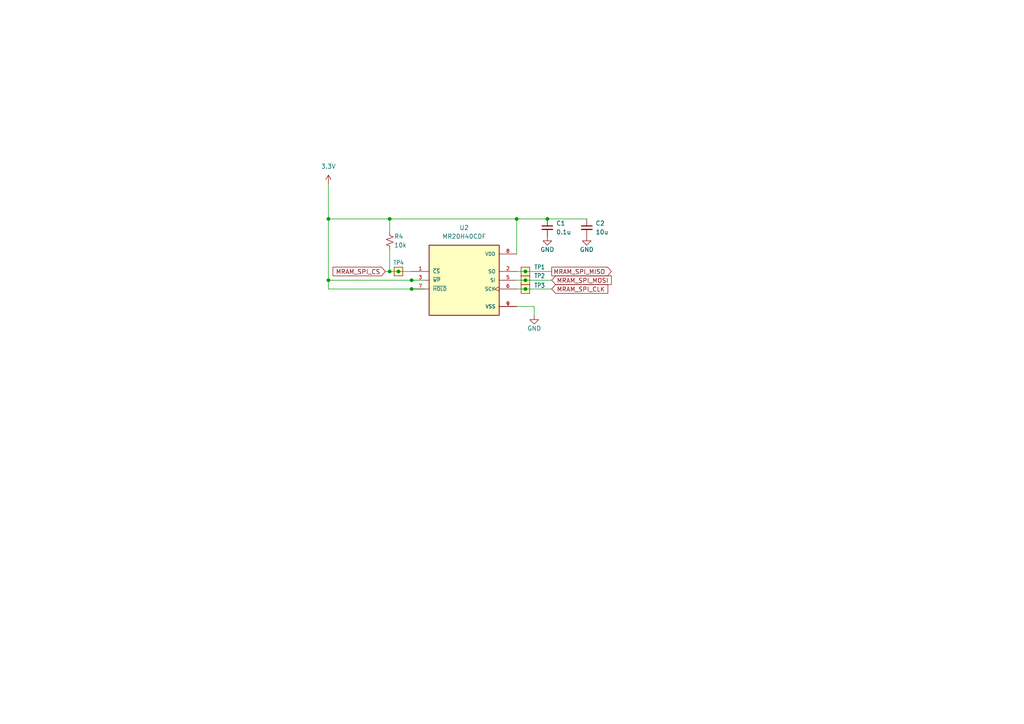
<source format=kicad_sch>
(kicad_sch (version 20250114) (generator "eeschema") (generator_version "9.0")
  (paper "A4")
  (lib_symbols
    (symbol "Device:C_Small" (pin_numbers (hide yes)) (pin_names (offset 0.254) (hide yes))
      (property "Reference" "C" (at 0.254 1.778 0))
      (property "Value" "C_Small" (at 0.254 -2.032 0))
      (symbol "C_Small_0_1"
        (polyline (pts (xy -1.524 0.508) (xy 1.524 0.508)) (stroke (width 0.3048)))
        (polyline (pts (xy -1.524 -0.508) (xy 1.524 -0.508)) (stroke (width 0.3302)))
      )
      (symbol "C_Small_1_1"
        (pin passive line (at 0 2.54 270) (length 2.032) (name "~") (number "1"))
        (pin passive line (at 0 -2.54 90) (length 2.032) (name "~") (number "2"))
      )
    )
    (symbol "Device:R_Small_US" (pin_numbers (hide yes)) (pin_names (offset 0.254) (hide yes))
      (property "Reference" "R" (at 0.762 0.508 0))
      (property "Value" "R_Small_US" (at 0.762 -1.016 0))
      (symbol "R_Small_US_1_1"
        (polyline (pts (xy 0 1.524) (xy 1.016 1.143) (xy 0 0.762) (xy -1.016 0.381) (xy 0 0)))
        (polyline (pts (xy 0 0) (xy 1.016 -0.381) (xy 0 -0.762) (xy -1.016 -1.143) (xy 0 -1.524)))
        (pin passive line (at 0 2.54 270) (length 1.016) (name "~") (number "1"))
        (pin passive line (at 0 -2.54 90) (length 1.016) (name "~") (number "2"))
      )
    )
    (symbol "MR20H40CDF:MR20H40CDF" (pin_names (offset 1.016))
      (property "Reference" "U" (at -10.16 10.922 0))
      (property "Value" "MR20H40CDF" (at -10.16 -12.7 0))
      (symbol "MR20H40CDF_0_0"
        (rectangle (start -10.16 -10.16) (end 10.16 10.16) (stroke (width 0.254)) (fill (type background)))
        (pin input line (at -15.24 2.54 0) (length 5.08) (name "~{CS}") (number "1"))
        (pin input line (at -15.24 0 0) (length 5.08) (name "~{WP}") (number "3"))
        (pin input line (at -15.24 -2.54 0) (length 5.08) (name "~{HOLD}") (number "7"))
        (pin power_in line (at 15.24 7.62 180) (length 5.08) (name "VDD") (number "8"))
        (pin output line (at 15.24 2.54 180) (length 5.08) (name "SO") (number "2"))
        (pin input line (at 15.24 0 180) (length 5.08) (name "SI") (number "5"))
        (pin input clock (at 15.24 -2.54 180) (length 5.08) (name "SCK") (number "6"))
        (pin power_in line (at 15.24 -7.62 180) (length 5.08) (name "VSS") (number "4"))
        (pin power_in line (at 15.24 -7.62 180) (length 5.08) (name "VSS") (number "9"))
      )
    )
    (symbol "oresat-misc:Test-Point-0.75mm-th" (exclude_from_sim yes) (in_bom no)
      (property "Reference" "TP" (at 0 2.54 0))
      (symbol "Test-Point-0.75mm-th_1_0"
        (pin passive line (at 0 0 0) (length 0) (name "1") (number "1"))
      )
      (symbol "Test-Point-0.75mm-th_1_1"
        (rectangle (start -1.27 1.27) (end 1.27 -1.27) (fill (type background)))
      )
    )
    (symbol "oresat-power:3.3V" (power) (pin_names (offset 0))
      (property "Value" "3.3V" (at 0 3.556 0))
      (symbol "3.3V_0_1"
        (polyline (pts (xy -0.762 1.27) (xy 0 2.54)))
        (polyline (pts (xy 0 2.54) (xy 0.762 1.27)))
        (polyline (pts (xy 0 0) (xy 0 2.54)))
      )
      (symbol "3.3V_1_1"
        (pin power_in line (at 0 0 90) (length 0) (hide yes) (name "3.3V") (number "1"))
      )
    )
    (symbol "power:GND" (power) (pin_names (offset 0))
      (property "Value" "GND" (at 0 -3.81 0))
      (symbol "GND_0_1"
        (polyline (pts (xy 0 0) (xy 0 -1.27) (xy 1.27 -1.27) (xy 0 -2.54) (xy -1.27 -1.27) (xy 0 -1.27)))
      )
      (symbol "GND_1_1"
        (pin power_in line (at 0 0 270) (length 0) (hide yes) (name "GND") (number "1"))
      )
    )
  )
  (junction (at 113.03 78.74))
  (junction (at 152.4 81.28))
  (junction (at 115.57 78.74))
  (junction (at 95.25 81.28))
  (junction (at 119.38 83.82))
  (junction (at 149.86 63.5))
  (junction (at 152.4 83.82))
  (junction (at 158.75 63.5))
  (junction (at 113.03 63.5))
  (junction (at 152.4 78.74))
  (junction (at 95.25 63.5))
  (junction (at 119.38 81.28))
  (wire (pts (xy 123.19 83.82) (xy 119.38 83.82)))
  (wire (pts (xy 113.03 63.5) (xy 149.86 63.5)))
  (wire (pts (xy 113.03 63.5) (xy 113.03 67.31)))
  (wire (pts (xy 113.03 78.74) (xy 115.57 78.74)))
  (wire (pts (xy 158.75 63.5) (xy 170.18 63.5)))
  (wire (pts (xy 123.19 81.28) (xy 119.38 81.28)))
  (wire (pts (xy 154.94 88.9) (xy 149.86 88.9)))
  (wire (pts (xy 152.4 78.74) (xy 160.02 78.74)))
  (wire (pts (xy 152.4 83.82) (xy 160.02 83.82)))
  (wire (pts (xy 149.86 63.5) (xy 149.86 73.66)))
  (wire (pts (xy 119.38 81.28) (xy 95.25 81.28)))
  (wire (pts (xy 113.03 72.39) (xy 113.03 78.74)))
  (wire (pts (xy 95.25 63.5) (xy 113.03 63.5)))
  (wire (pts (xy 149.86 78.74) (xy 152.4 78.74)))
  (wire (pts (xy 149.86 81.28) (xy 152.4 81.28)))
  (wire (pts (xy 95.25 81.28) (xy 95.25 63.5)))
  (wire (pts (xy 149.86 83.82) (xy 152.4 83.82)))
  (wire (pts (xy 111.76 78.74) (xy 113.03 78.74)))
  (wire (pts (xy 95.25 83.82) (xy 95.25 81.28)))
  (wire (pts (xy 149.86 63.5) (xy 158.75 63.5)))
  (wire (pts (xy 154.94 91.44) (xy 154.94 88.9)))
  (wire (pts (xy 119.38 83.82) (xy 95.25 83.82)))
  (wire (pts (xy 115.57 78.74) (xy 119.38 78.74)))
  (wire (pts (xy 95.25 53.34) (xy 95.25 63.5)))
  (wire (pts (xy 152.4 81.28) (xy 160.02 81.28)))
  (global_label "MRAM_SPI_MISO" (shape output) (at 160.02 78.74 0) (property "Intersheetrefs" "${INTERSHEET_REFS}" (at 177.8823 78.74 0) (effects (justify left))))
  (global_label "MRAM_SPI_MOSI" (shape input) (at 160.02 81.28 0) (property "Intersheetrefs" "${INTERSHEET_REFS}" (at 177.8823 81.28 0) (effects (justify left))))
  (global_label "MRAM_SPI_CLK" (shape input) (at 160.02 83.82 0) (property "Intersheetrefs" "${INTERSHEET_REFS}" (at 176.8542 83.82 0) (effects (justify left))))
  (global_label "MRAM_SPI_CS" (shape input) (at 111.76 78.74 180) (property "Intersheetrefs" "${INTERSHEET_REFS}" (at 96.0144 78.74 0) (effects (justify right))))
  (symbol (lib_id "Device:C_Small") (at 158.75 66.04 0) (unit 1)
    (property "Reference" "C1" (at 161.29 64.7762 0) (effects (justify left)))
    (property "Value" "0.1u" (at 161.29 67.3162 0) (effects (justify left)))
    (property "Footprint" "Capacitor_SMD:C_0603_1608Metric" (effects (hide yes)))
    (property "Description" "Unpolarized capacitor, small symbol" (effects (hide yes)))
    (property "Description_1" "CAP CER 0.1UF 16V X7R 0603" (effects (hide yes)))
    (property "Manufacturer_Name" "Murata Electronics" (effects (hide yes)))
    (property "Manufacturer_Part_Number" "GCJ188R71C104KA01D" (effects (hide yes)))
  )
  (symbol (lib_id "oresat-power:3.3V") (at 95.25 53.34 0) (unit 1)
    (property "Reference" "#3V04" (effects (hide yes)))
    (property "Value" "3.3V" (at 95.25 48.26 0))
  )
  (symbol (lib_id "Device:C_Small") (at 170.18 66.04 0) (unit 1)
    (property "Reference" "C2" (at 172.72 64.7762 0) (effects (justify left)))
    (property "Value" "10u" (at 172.72 67.3162 0) (effects (justify left)))
    (property "Footprint" "Capacitor_SMD:C_0603_1608Metric" (effects (hide yes)))
    (property "Description" "Unpolarized capacitor, small symbol" (effects (hide yes)))
    (property "Description_1" "CAP CER 10UF 16V X5R 0603" (effects (hide yes)))
    (property "Manufacturer_Name" "Murata Electronics" (effects (hide yes)))
    (property "Manufacturer_Part_Number" "GRT188R61C106KE13D" (effects (hide yes)))
  )
  (symbol (lib_id "power:GND") (at 158.75 68.58 0) (unit 1)
    (property "Reference" "#PWR06" (effects (hide yes)))
    (property "Value" "GND" (at 158.75 72.39 0))
  )
  (symbol (lib_id "oresat-misc:Test-Point-0.75mm-th") (at 152.4 78.74 0) (unit 1) (exclude_from_sim yes) (in_bom no)
    (property "Reference" "TP1" (at 154.94 77.47 0) (effects (font (size 1.27 1.0795)) (justify left)))
    (property "Value" "Test-Point" (effects (hide yes)))
    (property "Footprint" "oresat-misc:TestPoint-0.75mm-th" (effects (hide yes)))
    (property "Description" "0.75 mm TH test point; good for scope probes and jumpers" (effects (hide yes)))
  )
  (symbol (lib_id "power:GND") (at 170.18 68.58 0) (unit 1)
    (property "Reference" "#PWR07" (effects (hide yes)))
    (property "Value" "GND" (at 170.18 72.39 0))
  )
  (symbol (lib_id "power:GND") (at 154.94 91.44 0) (unit 1)
    (property "Reference" "#PWR05" (effects (hide yes)))
    (property "Value" "GND" (at 154.94 95.25 0))
  )
  (symbol (lib_id "oresat-misc:Test-Point-0.75mm-th") (at 152.4 83.82 0) (unit 1) (exclude_from_sim yes) (in_bom no)
    (property "Reference" "TP3" (at 154.94 82.804 0) (effects (font (size 1.27 1.0795)) (justify left)))
    (property "Value" "Test-Point" (effects (hide yes)))
    (property "Footprint" "oresat-misc:TestPoint-0.75mm-th" (effects (hide yes)))
    (property "Description" "0.75 mm TH test point; good for scope probes and jumpers" (effects (hide yes)))
  )
  (symbol (lib_id "MR20H40CDF:MR20H40CDF") (at 134.62 81.28 0) (unit 1)
    (property "Reference" "U2" (at 134.62 66.04 0))
    (property "Value" "MR20H40CDF" (at 134.62 68.58 0))
    (property "Footprint" "MR20H40CDF:SON127P500X600X90-9N" (effects (hide yes)))
    (property "DigiKey_Part_Number" "819-1043-ND" (effects (hide yes)))
    (property "SnapEDA_Link" "https://www.snapeda.com/parts/MR20H40CDF/Everspin/view-part/?ref=snap" (effects (hide yes)))
    (property "MAXIMUM_PACKAGE_HEIGHT" "0.9mm" (effects (hide yes)))
    (property "Package" "DFN-8 Everspin" (effects (hide yes)))
    (property "Check_prices" "https://www.snapeda.com/parts/MR20H40CDF/Everspin/view-part/?ref=eda" (effects (hide yes)))
    (property "STANDARD" "IPC-7351B" (effects (hide yes)))
    (property "PARTREV" "12.6" (effects (hide yes)))
    (property "MF" "Everspin Technologies" (effects (hide yes)))
    (property "MP" "MR20H40CDF" (effects (hide yes)))
    (property "Description_1" "\n                        \n                            MRAM (Magnetoresistive RAM) Memory IC 4Mb (512K x 8) SPI 50 MHz 8-DFN-EP, Small Flag (5x6)\n                        \n" (effects (hide yes)))
    (property "MANUFACTURER" "Everspin Technologies" (effects (hide yes)))
  )
  (symbol (lib_id "Device:R_Small_US") (at 113.03 69.85 0) (unit 1)
    (property "Reference" "R4" (at 114.3 68.58 0) (effects (justify left)))
    (property "Value" "10k" (at 114.3 71.12 0) (effects (justify left)))
    (property "Footprint" "Resistor_SMD:R_0603_1608Metric" (effects (hide yes)))
    (property "Description_1" "RES 0603 10 KOHM 1% 0.125W AUTO" (effects (hide yes)))
    (property "Manufacturer_Name" "Stackpole Electronics Inc" (effects (hide yes)))
    (property "Manufacturer_Part_Number" "RMCA0603FT10K0-HP" (effects (hide yes)))
  )
  (symbol (lib_id "oresat-misc:Test-Point-0.75mm-th") (at 152.4 81.28 0) (unit 1) (exclude_from_sim yes) (in_bom no)
    (property "Reference" "TP2" (at 154.94 80.01 0) (effects (font (size 1.27 1.0795)) (justify left)))
    (property "Value" "Test-Point" (effects (hide yes)))
    (property "Footprint" "oresat-misc:TestPoint-0.75mm-th" (effects (hide yes)))
    (property "Description" "0.75 mm TH test point; good for scope probes and jumpers" (effects (hide yes)))
  )
  (symbol (lib_id "oresat-misc:Test-Point-0.75mm-th") (at 115.57 78.74 0) (unit 1) (exclude_from_sim yes) (in_bom no)
    (property "Reference" "TP4" (at 114.046 76.2 0) (effects (font (size 1.27 1.0795)) (justify left)))
    (property "Value" "Test-Point" (effects (hide yes)))
    (property "Footprint" "oresat-misc:TestPoint-0.75mm-th" (effects (hide yes)))
    (property "Description" "0.75 mm TH test point; good for scope probes and jumpers" (effects (hide yes)))
  )
)
</source>
